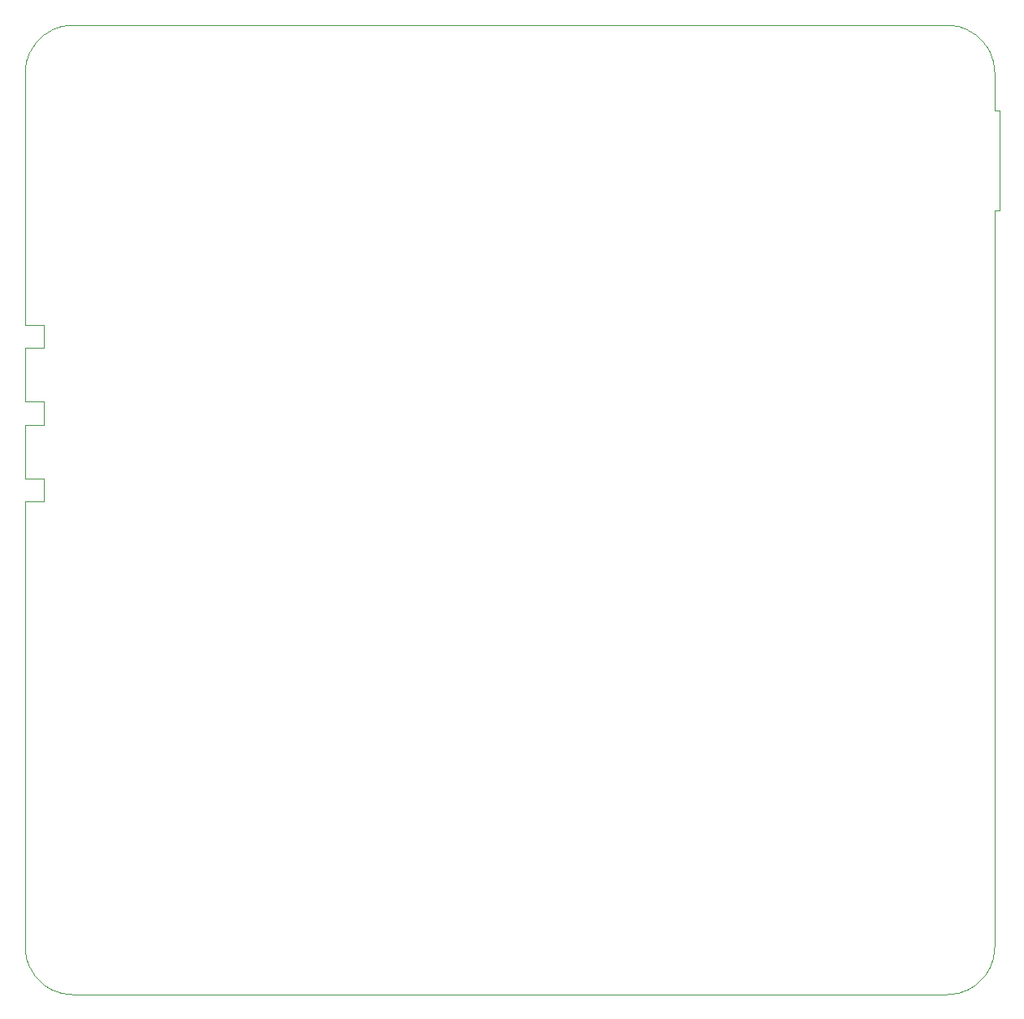
<source format=gbr>
G04 #@! TF.GenerationSoftware,KiCad,Pcbnew,7.0.9-7.0.9~ubuntu22.04.1*
G04 #@! TF.CreationDate,2024-01-02T22:01:41-05:00*
G04 #@! TF.ProjectId,mobo,6d6f626f-2e6b-4696-9361-645f70636258,rev?*
G04 #@! TF.SameCoordinates,Original*
G04 #@! TF.FileFunction,Other,User*
%FSLAX46Y46*%
G04 Gerber Fmt 4.6, Leading zero omitted, Abs format (unit mm)*
G04 Created by KiCad (PCBNEW 7.0.9-7.0.9~ubuntu22.04.1) date 2024-01-02 22:01:41*
%MOMM*%
%LPD*%
G01*
G04 APERTURE LIST*
%ADD10C,0.100000*%
G04 APERTURE END LIST*
D10*
X164765300Y-65536000D02*
X165010097Y-65554100D01*
X165253704Y-65584099D01*
X165495494Y-65626099D01*
X165734905Y-65679798D01*
X165971401Y-65745300D01*
X166204403Y-65822300D01*
X166433399Y-65910599D01*
X166657802Y-66010098D01*
X166876995Y-66120400D01*
X167090496Y-66241398D01*
X167297901Y-66372700D01*
X167498500Y-66514000D01*
X167691997Y-66664898D01*
X167877803Y-66825199D01*
X168055500Y-66994499D01*
X168224803Y-67172200D01*
X168385097Y-67357998D01*
X168535999Y-67551499D01*
X168677303Y-67752098D01*
X168808605Y-67959500D01*
X168929599Y-68173001D01*
X169039898Y-68392201D01*
X169139400Y-68616600D01*
X169227703Y-68845600D01*
X169304699Y-69078598D01*
X169370204Y-69315098D01*
X169423900Y-69554501D01*
X169465900Y-69796299D01*
X169495899Y-70039898D01*
X169514003Y-70284699D01*
X169520000Y-70529999D01*
X169520000Y-72603000D01*
X169520000Y-73639500D01*
X169520000Y-74422000D01*
X170053000Y-74422000D01*
X170053000Y-84836000D01*
X169520000Y-84836000D01*
X169520000Y-161529999D01*
X169514003Y-161775299D01*
X169495899Y-162020096D01*
X169465900Y-162263703D01*
X169423900Y-162505493D01*
X169370204Y-162744904D01*
X169304699Y-162981400D01*
X169227703Y-163214402D01*
X169139400Y-163443398D01*
X169039898Y-163667801D01*
X168929599Y-163886994D01*
X168808605Y-164100495D01*
X168677303Y-164307900D01*
X168535999Y-164508499D01*
X168385097Y-164701996D01*
X168224803Y-164887802D01*
X168055500Y-165065499D01*
X167877803Y-165234802D01*
X167691997Y-165395096D01*
X167498500Y-165545998D01*
X167297901Y-165687302D01*
X167090496Y-165818604D01*
X166876995Y-165939598D01*
X166657802Y-166049897D01*
X166433399Y-166149399D01*
X166204403Y-166237702D01*
X165971401Y-166314698D01*
X165734905Y-166380203D01*
X165495494Y-166433899D01*
X165253704Y-166475899D01*
X165010097Y-166505898D01*
X164765300Y-166524002D01*
X164520000Y-166529999D01*
X73520000Y-166529999D01*
X73274700Y-166524002D01*
X73029899Y-166505898D01*
X72786300Y-166475899D01*
X72544502Y-166433899D01*
X72305099Y-166380203D01*
X72068599Y-166314698D01*
X71835601Y-166237702D01*
X71606601Y-166149399D01*
X71382202Y-166049897D01*
X71163002Y-165939598D01*
X70949501Y-165818604D01*
X70742099Y-165687302D01*
X70541500Y-165545998D01*
X70347999Y-165395096D01*
X70162201Y-165234802D01*
X69984500Y-165065499D01*
X69815200Y-164887802D01*
X69654899Y-164701996D01*
X69504001Y-164508499D01*
X69362701Y-164307900D01*
X69231399Y-164100495D01*
X69110401Y-163886994D01*
X69000099Y-163667801D01*
X68900600Y-163443398D01*
X68812301Y-163214402D01*
X68735301Y-162981400D01*
X68669799Y-162744904D01*
X68616100Y-162505493D01*
X68574100Y-162263703D01*
X68544101Y-162020096D01*
X68526001Y-161775299D01*
X68520000Y-161529999D01*
X68520000Y-115189000D01*
X70485000Y-115189000D01*
X70485000Y-112776000D01*
X68520000Y-112776000D01*
X68520000Y-107188000D01*
X70485000Y-107188000D01*
X70485000Y-104775000D01*
X68520000Y-104775000D01*
X68520000Y-99187000D01*
X70485000Y-99187000D01*
X70485000Y-96774000D01*
X68520000Y-96774000D01*
X68520000Y-70529999D01*
X68526001Y-70284699D01*
X68544101Y-70039898D01*
X68574100Y-69796299D01*
X68616100Y-69554501D01*
X68669799Y-69315098D01*
X68735301Y-69078598D01*
X68812301Y-68845600D01*
X68900600Y-68616600D01*
X69000099Y-68392201D01*
X69110401Y-68173001D01*
X69231399Y-67959500D01*
X69362701Y-67752098D01*
X69504001Y-67551499D01*
X69654899Y-67357998D01*
X69815200Y-67172200D01*
X69984500Y-66994499D01*
X70162201Y-66825199D01*
X70347999Y-66664898D01*
X70541500Y-66514000D01*
X70742099Y-66372700D01*
X70949501Y-66241398D01*
X71163002Y-66120400D01*
X71382202Y-66010098D01*
X71606601Y-65910599D01*
X71835601Y-65822300D01*
X72068599Y-65745300D01*
X72305099Y-65679798D01*
X72544502Y-65626099D01*
X72786300Y-65584099D01*
X73029899Y-65554100D01*
X73274700Y-65536000D01*
X73520000Y-65529999D01*
X164520000Y-65529999D01*
X164765300Y-65536000D01*
M02*

</source>
